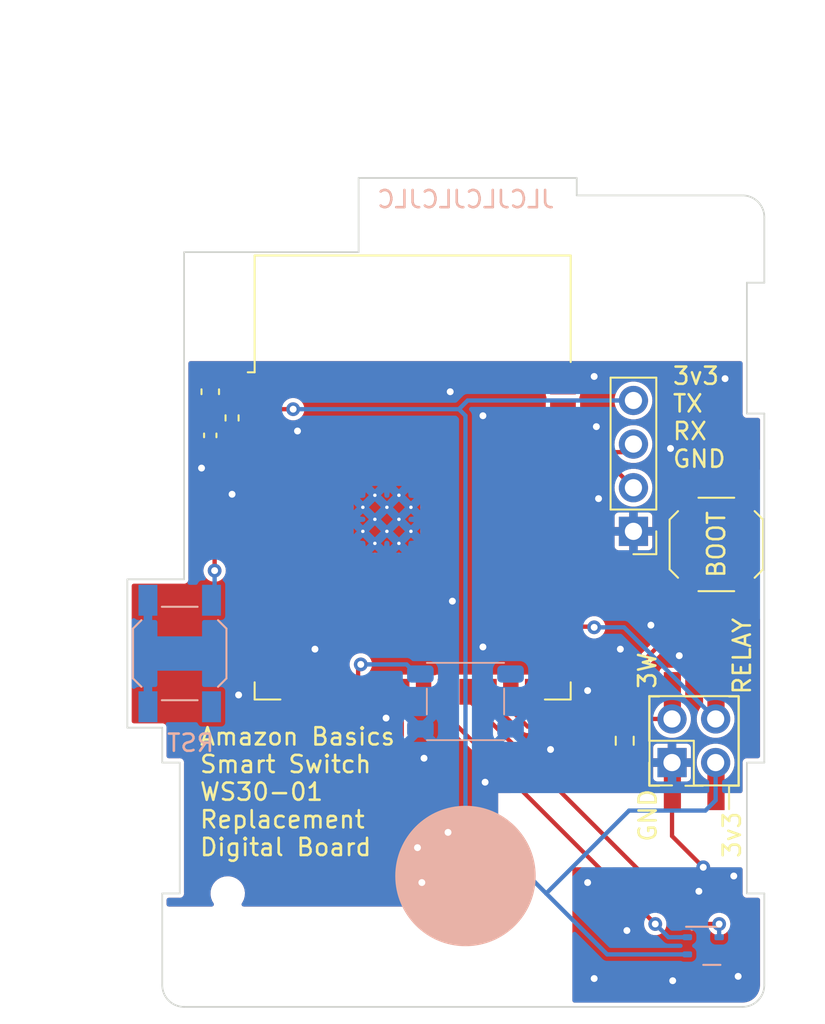
<source format=kicad_pcb>
(kicad_pcb (version 20221018) (generator pcbnew)
  (layers (0 "F.Cu" signal) (31 "B.Cu" signal) (34 "B.Paste" user) (35 "F.Paste" user) (36 "B.SilkS" user "B.Silkscreen") (37 "F.SilkS" user "F.Silkscreen") (38 "B.Mask" user) (39 "F.Mask" user) (44 "Edge.Cuts" user))
  (net 0 "")
  (net 1 "+3V3")
  (net 2 "SCL")
  (net 3 "SDA")
  (net 4 "GND")
  (net 5 "3W")
  (net 6 "RST")
  (net 12 "SW_MAIN")
  (net 14 "RELAY")
  (net 25 "BOOT")
  (net 27 "unconnected-(U1-IO18-Pad11)")
  (net 29 "LED_IN")
  (net 34 "RX")
  (net 35 "TX")
  (net 39 "unconnected-(U1-IO16-Pad9)")
  (footprint "Capacitor_SMD:C_0603_1608Metric" (layer "F.Cu") (at 106.426 88.646 90)
    (fp_text reference "REF**" hide)
    (fp_text value "C_0603_1608Metric" hide)
    (fp_line (start -0.14058 -0.51) (end 0.14058 -0.51) (stroke (width 0.12)) (layer "F.SilkS"))
    (fp_line (start -0.14058 0.51) (end 0.14058 0.51) (stroke (width 0.12)) (layer "F.SilkS"))
    (pad "1" smd roundrect (at -0.775 0 90) (size 0.9 0.95) (layers "F.Cu" "F.Paste" "F.Mask") (net 1 "+3V3"))
    (pad "2" smd roundrect (at 0.775 0 90) (size 0.9 0.95) (layers "F.Cu" "F.Paste" "F.Mask") (net 4 "GND"))
  )
  (footprint "Capacitor_SMD:C_0402_1005Metric" (layer "F.Cu") (at 106.426 91.186 -90)
    (fp_text reference "C1" hide)
    (fp_text value "100n")
    (fp_line (start -0.107836 -0.36) (end 0.107836 -0.36) (stroke (width 0.12)) (layer "F.SilkS"))
    (fp_line (start -0.107836 0.36) (end 0.107836 0.36) (stroke (width 0.12)) (layer "F.SilkS"))
    (pad "1" smd roundrect (at -0.48 0 270) (size 0.56 0.62) (layers "F.Cu" "F.Paste" "F.Mask") (net 6 "RST"))
    (pad "2" smd roundrect (at 0.48 0 270) (size 0.56 0.62) (layers "F.Cu" "F.Paste" "F.Mask") (net 4 "GND"))
  )
  (footprint "Resistor_SMD:R_0603_1608Metric" (layer "F.Cu") (at 130.556 108.966 -90)
    (fp_text reference "R2" hide)
    (fp_text value "R_Small")
    (fp_line (start -0.237258 -0.5225) (end 0.237258 -0.5225) (stroke (width 0.12)) (layer "F.SilkS"))
    (fp_line (start -0.237258 0.5225) (end 0.237258 0.5225) (stroke (width 0.12)) (layer "F.SilkS"))
    (pad "1" smd roundrect (at -0.825 0 270) (size 0.8 0.95) (layers "F.Cu" "F.Paste" "F.Mask") (net 5 "3W"))
    (pad "2" smd roundrect (at 0.825 0 270) (size 0.8 0.95) (layers "F.Cu" "F.Paste" "F.Mask") (net 4 "GND"))
  )
  (footprint "MountingHole:MountingHole_2.5mm" (layer "F.Cu") (at 107.442 121.412)
    (fp_text reference "REF**" hide)
    (fp_text value "MountingHole_2.5mm" hide)
    (pad "" np_thru_hole circle (at 0 0) (size 2.6 2.6) (drill 2.6) (layers "F&B.Cu" "*.Mask"))
  )
  (footprint "Connector_PinHeader_2.54mm:PinHeader_1x04_P2.54mm_Vertical" (layer "F.Cu") (at 131.064 96.774 180)
    (fp_text reference "J1" hide)
    (fp_text value "Conn_01x04_Socket" hide)
    (fp_line (start -1.33 -1.33) (end 0 -1.33) (stroke (width 0.12)) (layer "F.SilkS"))
    (fp_line (start -1.33 0) (end -1.33 -1.33) (stroke (width 0.12)) (layer "F.SilkS"))
    (fp_line (start -1.33 1.27) (end -1.33 8.95) (stroke (width 0.12)) (layer "F.SilkS"))
    (fp_line (start -1.33 1.27) (end 1.33 1.27) (stroke (width 0.12)) (layer "F.SilkS"))
    (fp_line (start -1.33 8.95) (end 1.33 8.95) (stroke (width 0.12)) (layer "F.SilkS"))
    (fp_line (start 1.33 1.27) (end 1.33 8.95) (stroke (width 0.12)) (layer "F.SilkS"))
    (pad "1" thru_hole rect (at 0 0 180) (size 1.7 1.7) (drill 1) (layers "*.Cu" "*.Mask") (net 4 "GND"))
    (pad "2" thru_hole oval (at 0 2.54 180) (size 1.7 1.7) (drill 1) (layers "*.Cu" "*.Mask") (net 34 "RX"))
    (pad "3" thru_hole oval (at 0 5.08 180) (size 1.7 1.7) (drill 1) (layers "*.Cu" "*.Mask") (net 35 "TX"))
    (pad "4" thru_hole oval (at 0 7.62 180) (size 1.7 1.7) (drill 1) (layers "*.Cu" "*.Mask") (net 1 "+3V3"))
  )
  (footprint "RF_Module:ESP32-S3-WROOM-1" (layer "F.Cu") (at 118.21 93.614)
    (fp_text reference "U1" hide)
    (fp_text value "ESP32-S2-SOLO-2" hide)
    (fp_line (start -9.2 -12.9) (end 9.2 -12.9) (stroke (width 0.12)) (layer "F.SilkS"))
    (fp_line (start -9.2 -6.1) (end -9.6 -6.1) (stroke (width 0.12)) (layer "F.SilkS"))
    (fp_line (start -9.2 -6.1) (end -9.2 -12.9) (stroke (width 0.12)) (layer "F.SilkS"))
    (fp_line (start -9.2 11.95) (end -9.2 12.95) (stroke (width 0.12)) (layer "F.SilkS"))
    (fp_line (start -9.2 12.95) (end -7.7 12.95) (stroke (width 0.12)) (layer "F.SilkS"))
    (fp_line (start 9.2 -12.9) (end 9.2 -6.7) (stroke (width 0.12)) (layer "F.SilkS"))
    (fp_line (start 9.2 12.95) (end 7.7 12.95) (stroke (width 0.12)) (layer "F.SilkS"))
    (fp_line (start 9.2 12.95) (end 9.2 11.95) (stroke (width 0.12)) (layer "F.SilkS"))
    (pad "1" smd rect (at -8.75 -5.26) (size 1.5 0.9) (layers "F.Cu" "F.Paste" "F.Mask") (net 4 "GND"))
    (pad "2" smd rect (at -8.75 -3.99) (size 1.5 0.9) (layers "F.Cu" "F.Paste" "F.Mask") (net 1 "+3V3"))
    (pad "3" smd rect (at -8.75 -2.72) (size 1.5 0.9) (layers "F.Cu" "F.Paste" "F.Mask") (net 6 "RST"))
    (pad "4" smd rect (at -8.75 -1.45) (size 1.5 0.9) (layers "F.Cu" "F.Paste" "F.Mask"))
    (pad "5" smd rect (at -8.75 -0.18) (size 1.5 0.9) (layers "F.Cu" "F.Paste" "F.Mask"))
    (pad "6" smd rect (at -8.75 1.09) (size 1.5 0.9) (layers "F.Cu" "F.Paste" "F.Mask"))
    (pad "7" smd rect (at -8.75 2.36) (size 1.5 0.9) (layers "F.Cu" "F.Paste" "F.Mask"))
    (pad "8" smd rect (at -8.75 3.63) (size 1.5 0.9) (layers "F.Cu" "F.Paste" "F.Mask"))
    (pad "9" smd rect (at -8.75 4.9) (size 1.5 0.9) (layers "F.Cu" "F.Paste" "F.Mask") (net 39 "unconnected-(U1-IO16-Pad9)"))
    (pad "10" smd rect (at -8.75 6.17) (size 1.5 0.9) (layers "F.Cu" "F.Paste" "F.Mask"))
    (pad "11" smd rect (at -8.75 7.44) (size 1.5 0.9) (layers "F.Cu" "F.Paste" "F.Mask") (net 27 "unconnected-(U1-IO18-Pad11)"))
    (pad "12" smd rect (at -8.75 8.71) (size 1.5 0.9) (layers "F.Cu" "F.Paste" "F.Mask"))
    (pad "13" smd rect (at -8.75 9.98) (size 1.5 0.9) (layers "F.Cu" "F.Paste" "F.Mask"))
    (pad "14" smd rect (at -8.75 11.25 180) (size 1.5 0.9) (layers "F.Cu" "F.Paste" "F.Mask"))
    (pad "15" smd rect (at -6.985 12.5 270) (size 1.5 0.9) (layers "F.Cu" "F.Paste" "F.Mask"))
    (pad "16" smd rect (at -5.715 12.5 270) (size 1.5 0.9) (layers "F.Cu" "F.Paste" "F.Mask"))
    (pad "17" smd rect (at -4.445 12.5 270) (size 1.5 0.9) (layers "F.Cu" "F.Paste" "F.Mask"))
    (pad "18" smd rect (at -3.175 12.5 270) (size 1.5 0.9) (layers "F.Cu" "F.Paste" "F.Mask") (net 12 "SW_MAIN"))
    (pad "19" smd rect (at -1.905 12.5 270) (size 1.5 0.9) (layers "F.Cu" "F.Paste" "F.Mask"))
    (pad "20" smd rect (at -0.635 12.5 270) (size 1.5 0.9) (layers "F.Cu" "F.Paste" "F.Mask") (net 29 "LED_IN"))
    (pad "21" smd rect (at 0.635 12.5 270) (size 1.5 0.9) (layers "F.Cu" "F.Paste" "F.Mask"))
    (pad "22" smd rect (at 1.905 12.5 270) (size 1.5 0.9) (layers "F.Cu" "F.Paste" "F.Mask") (net 2 "SCL"))
    (pad "23" smd rect (at 3.175 12.5 270) (size 1.5 0.9) (layers "F.Cu" "F.Paste" "F.Mask") (net 3 "SDA"))
    (pad "24" smd rect (at 4.445 12.5 270) (size 1.5 0.9) (layers "F.Cu" "F.Paste" "F.Mask"))
    (pad "25" smd rect (at 5.715 12.5 270) (size 1.5 0.9) (layers "F.Cu" "F.Paste" "F.Mask") (net 5 "3W"))
    (pad "26" smd rect (at 6.985 12.5 270) (size 1.5 0.9) (layers "F.Cu" "F.Paste" "F.Mask"))
    (pad "27" smd rect (at 8.75 11.25) (size 1.5 0.9) (layers "F.Cu" "F.Paste" "F.Mask") (net 25 "BOOT"))
    (pad "28" smd rect (at 8.75 9.98) (size 1.5 0.9) (layers "F.Cu" "F.Paste" "F.Mask"))
    (pad "29" smd rect (at 8.75 8.71) (size 1.5 0.9) (layers "F.Cu" "F.Paste" "F.Mask") (net 14 "RELAY"))
    (pad "30" smd rect (at 8.75 7.44) (size 1.5 0.9) (layers "F.Cu" "F.Paste" "F.Mask"))
    (pad "31" smd rect (at 8.75 6.17) (size 1.5 0.9) (layers "F.Cu" "F.Paste" "F.Mask"))
    (pad "32" smd rect (at 8.75 4.9) (size 1.5 0.9) (layers "F.Cu" "F.Paste" "F.Mask"))
    (pad "33" smd rect (at 8.75 3.63) (size 1.5 0.9) (layers "F.Cu" "F.Paste" "F.Mask"))
    (pad "34" smd rect (at 8.75 2.36) (size 1.5 0.9) (layers "F.Cu" "F.Paste" "F.Mask"))
    (pad "35" smd rect (at 8.75 1.09) (size 1.5 0.9) (layers "F.Cu" "F.Paste" "F.Mask"))
    (pad "36" smd rect (at 8.75 -0.18) (size 1.5 0.9) (layers "F.Cu" "F.Paste" "F.Mask") (net 34 "RX"))
    (pad "37" smd rect (at 8.75 -1.45) (size 1.5 0.9) (layers "F.Cu" "F.Paste" "F.Mask") (net 35 "TX"))
    (pad "38" smd rect (at 8.75 -2.72) (size 1.5 0.9) (layers "F.Cu" "F.Paste" "F.Mask"))
    (pad "39" smd rect (at 8.75 -3.99) (size 1.5 0.9) (layers "F.Cu" "F.Paste" "F.Mask"))
    (pad "40" smd rect (at 8.75 -5.26) (size 1.5 0.9) (layers "F.Cu" "F.Paste" "F.Mask") (net 4 "GND"))
    (pad "41" thru_hole circle (at -2.9 1.76 90) (size 0.6 0.6) (drill 0.2) (property pad_prop_heatsink) (layers "*.Cu" "F.Mask") (net 4 "GND"))
    (pad "41" thru_hole circle (at -2.9 3.16) (size 0.6 0.6) (drill 0.2) (property pad_prop_heatsink) (layers "*.Cu" "F.Mask") (net 4 "GND"))
    (pad "41" thru_hole circle (at -2.2 1.06) (size 0.6 0.6) (drill 0.2) (property pad_prop_heatsink) (layers "*.Cu" "F.Mask") (net 4 "GND"))
    (pad "41" thru_hole circle (at -2.2 2.46) (size 0.6 0.6) (drill 0.2) (property pad_prop_heatsink) (layers "*.Cu" "F.Mask") (net 4 "GND"))
    (pad "41" thru_hole circle (at -2.2 3.86) (size 0.6 0.6) (drill 0.2) (property pad_prop_heatsink) (layers "*.Cu" "F.Mask") (net 4 "GND"))
    (pad "41" thru_hole circle (at -1.5 1.76) (size 0.6 0.6) (drill 0.2) (property pad_prop_heatsink) (layers "*.Cu" "F.Mask") (net 4 "GND"))
    (pad "41" smd rect (at -1.5 2.46 270) (size 3.9 3.9) (layers "F.Cu" "F.Mask") (net 4 "GND"))
    (pad "41" thru_hole circle (at -1.5 3.16) (size 0.6 0.6) (drill 0.2) (property pad_prop_heatsink) (layers "*.Cu" "F.Mask") (net 4 "GND"))
    (pad "41" thru_hole circle (at -0.8 1.06) (size 0.6 0.6) (drill 0.2) (property pad_prop_heatsink) (layers "*.Cu" "F.Mask") (net 4 "GND"))
    (pad "41" thru_hole circle (at -0.8 2.46) (size 0.6 0.6) (drill 0.2) (property pad_prop_heatsink) (layers "*.Cu" "F.Mask") (net 4 "GND"))
    (pad "41" thru_hole circle (at -0.8 3.86) (size 0.6 0.6) (drill 0.2) (property pad_prop_heatsink) (layers "*.Cu" "F.Mask") (net 4 "GND"))
    (pad "41" thru_hole circle (at -0.1 1.76) (size 0.6 0.6) (drill 0.2) (property pad_prop_heatsink) (layers "*.Cu" "F.Mask") (net 4 "GND"))
    (pad "41" thru_hole circle (at -0.1 3.16) (size 0.6 0.6) (drill 0.2) (property pad_prop_heatsink) (layers "*.Cu" "F.Mask") (net 4 "GND"))
    (zone (net 0) (net_name "") (layers "F.Cu" "In1.Cu" "B.Cu") (connect_pads (clearance 0)) (min_thickness 0.254)
      (keepout (tracks not_allowed) (vias not_allowed) (pads not_allowed) (copperpour not_allowed) (footprints not_allowed))
      (fill (thermal_gap 0.508) (thermal_bridge_width 0.508))
      (polygon (pts (xy 94.21 86.864) (xy 142.21 86.864) (xy 142.21 65.864) (xy 94.21 65.864)))
    )
  )
  (footprint "Resistor_SMD:R_0402_1005Metric" (layer "F.Cu") (at 107.696 90.17 90)
    (fp_text reference "R1" hide)
    (fp_text value "10k")
    (fp_line (start -0.153641 -0.38) (end 0.153641 -0.38) (stroke (width 0.12)) (layer "F.SilkS"))
    (fp_line (start -0.153641 0.38) (end 0.153641 0.38) (stroke (width 0.12)) (layer "F.SilkS"))
    (pad "1" smd roundrect (at -0.51 0 90) (size 0.54 0.64) (layers "F.Cu" "F.Paste" "F.Mask") (net 6 "RST"))
    (pad "2" smd roundrect (at 0.51 0 90) (size 0.54 0.64) (layers "F.Cu" "F.Paste" "F.Mask") (net 1 "+3V3"))
  )
  (footprint "Button_Switch_SMD:SW_SPST_SKQG_WithStem" (layer "F.Cu") (at 135.89 97.536 90)
    (fp_text reference "SW2" hide)
    (fp_text value "SW_Push" hide)
    (fp_line (start -2.72 1.04) (end -2.72 -1.04) (stroke (width 0.12)) (layer "F.SilkS"))
    (fp_line (start -1.45 -2.72) (end -1.94 -2.23) (stroke (width 0.12)) (layer "F.SilkS"))
    (fp_line (start -1.45 -2.72) (end 1.45 -2.72) (stroke (width 0.12)) (layer "F.SilkS"))
    (fp_line (start -1.45 2.72) (end -1.94 2.23) (stroke (width 0.12)) (layer "F.SilkS"))
    (fp_line (start -1.45 2.72) (end 1.45 2.72) (stroke (width 0.12)) (layer "F.SilkS"))
    (fp_line (start 1.45 -2.72) (end 1.94 -2.23) (stroke (width 0.12)) (layer "F.SilkS"))
    (fp_line (start 1.45 2.72) (end 1.94 2.23) (stroke (width 0.12)) (layer "F.SilkS"))
    (fp_line (start 2.72 1.04) (end 2.72 -1.04) (stroke (width 0.12)) (layer "F.SilkS"))
    (pad "1" smd rect (at -3.1 -1.85 90) (size 1.8 1.1) (layers "F.Cu" "F.Paste" "F.Mask") (net 4 "GND"))
    (pad "1" smd rect (at 3.1 -1.85 90) (size 1.8 1.1) (layers "F.Cu" "F.Paste" "F.Mask") (net 4 "GND"))
    (pad "2" smd rect (at -3.1 1.85 90) (size 1.8 1.1) (layers "F.Cu" "F.Paste" "F.Mask") (net 25 "BOOT"))
    (pad "2" smd rect (at 3.1 1.85 90) (size 1.8 1.1) (layers "F.Cu" "F.Paste" "F.Mask") (net 25 "BOOT"))
    (zone (net 0) (net_name "") (layer "F.Cu") (connect_pads (clearance 0)) (min_thickness 0.254)
      (keepout (tracks not_allowed) (vias not_allowed) (pads not_allowed) (copperpour not_allowed) (footprints not_allowed))
      (fill (thermal_gap 0.508) (thermal_bridge_width 0.508))
      (polygon (pts (xy 134.59 96.536) (xy 134.59 93.536) (xy 137.19 93.536) (xy 137.19 96.536)))
    )
    (zone (net 0) (net_name "") (layer "F.Cu") (connect_pads (clearance 0)) (min_thickness 0.254)
      (keepout (tracks not_allowed) (vias not_allowed) (pads not_allowed) (copperpour not_allowed) (footprints not_allowed))
      (fill (thermal_gap 0.508) (thermal_bridge_width 0.508))
      (polygon (pts (xy 134.59 101.536) (xy 134.59 98.536) (xy 137.19 98.536) (xy 137.19 101.536)))
    )
  )
  (footprint "Junk:MountingHole_1.3mm" (layer "F.Cu") (at 107.442 117.856)
    (fp_text reference "REF**" hide)
    (fp_text value "MountingHole_1.3mm" hide)
    (pad "" np_thru_hole circle (at 0 0) (size 1.3 1.3) (drill 1.5) (layers "F&B.Cu" "*.Mask"))
  )
  (footprint "Connector_PinSocket_2.54mm:PinSocket_2x02_P2.54mm_Vertical_SMD" (layer "F.Cu") (at 134.6 108.986 -90)
    (fp_text reference "REF**" hide)
    (fp_text value "PinSocket_2x02_P2.54mm_Vertical_SMD" hide)
    (fp_line (start -2.6 -2.6) (end -2.6 -2.03) (stroke (width 0.12)) (layer "F.SilkS"))
    (fp_line (start -2.6 -2.6) (end 2.6 -2.6) (stroke (width 0.12)) (layer "F.SilkS"))
    (fp_line (start -2.6 -0.51) (end -2.6 0.51) (stroke (width 0.12)) (layer "F.SilkS"))
    (fp_line (start -2.6 2.03) (end -2.6 2.6) (stroke (width 0.12)) (layer "F.SilkS"))
    (fp_line (start -2.6 2.6) (end 2.6 2.6) (stroke (width 0.12)) (layer "F.SilkS"))
    (fp_line (start 2.6 -2.6) (end 2.6 -2.03) (stroke (width 0.12)) (layer "F.SilkS"))
    (fp_line (start 2.6 -2.03) (end 3.96 -2.03) (stroke (width 0.12)) (layer "F.SilkS"))
    (fp_line (start 2.6 -0.51) (end 2.6 0.51) (stroke (width 0.12)) (layer "F.SilkS"))
    (fp_line (start 2.6 2.03) (end 2.6 2.6) (stroke (width 0.12)) (layer "F.SilkS"))
    (pad "1" smd rect (at 2.52 -1.27 270) (size 3 1) (layers "F.Cu" "F.Paste" "F.Mask"))
    (pad "2" smd rect (at -2.52 -1.27 270) (size 3 1) (layers "F.Cu" "F.Paste" "F.Mask"))
    (pad "3" smd rect (at 2.52 1.27 270) (size 3 1) (layers "F.Cu" "F.Paste" "F.Mask"))
    (pad "4" smd rect (at -2.52 1.27 270) (size 3 1) (layers "F.Cu" "F.Paste" "F.Mask"))
  )
  (footprint "Connector_PinSocket_2.54mm:PinSocket_2x02_P2.54mm_Vertical" (layer "F.Cu") (at 133.31 110.236 180)
    (fp_text reference "J2" hide)
    (fp_text value "Conn_02x02_Counter_Clockwise" hide)
    (fp_line (start -3.87 -1.33) (end -3.87 3.87) (stroke (width 0.12)) (layer "F.SilkS"))
    (fp_line (start -3.87 -1.33) (end -1.27 -1.33) (stroke (width 0.12)) (layer "F.SilkS"))
    (fp_line (start -3.87 3.87) (end 1.33 3.87) (stroke (width 0.12)) (layer "F.SilkS"))
    (fp_line (start -1.27 -1.33) (end -1.27 1.27) (stroke (width 0.12)) (layer "F.SilkS"))
    (fp_line (start -1.27 1.27) (end 1.33 1.27) (stroke (width 0.12)) (layer "F.SilkS"))
    (fp_line (start 0 -1.33) (end 1.33 -1.33) (stroke (width 0.12)) (layer "F.SilkS"))
    (fp_line (start 1.33 -1.33) (end 1.33 0) (stroke (width 0.12)) (layer "F.SilkS"))
    (fp_line (start 1.33 1.27) (end 1.33 3.87) (stroke (width 0.12)) (layer "F.SilkS"))
    (pad "1" thru_hole rect (at 0 0 180) (size 1.7 1.7) (drill 1) (layers "*.Cu" "*.Mask") (net 4 "GND"))
    (pad "2" thru_hole oval (at -2.54 0 180) (size 1.7 1.7) (drill 1) (layers "*.Cu" "*.Mask") (net 1 "+3V3"))
    (pad "3" thru_hole oval (at 0 2.54 180) (size 1.7 1.7) (drill 1) (layers "*.Cu" "*.Mask") (net 5 "3W"))
    (pad "4" thru_hole oval (at -2.54 2.54 180) (size 1.7 1.7) (drill 1) (layers "*.Cu" "*.Mask") (net 14 "RELAY"))
  )
  (footprint "Junk:MountingHole_1.3mm" (layer "F.Cu") (at 131.318 80.264)
    (fp_text reference "REF**" hide)
    (fp_text value "MountingHole_1.3mm" hide)
    (pad "" np_thru_hole circle (at 0 0) (size 1.5 1.5) (drill 1.5) (layers "F&B.Cu" "*.Mask"))
  )
  (footprint "MountingHole:MountingHole_2.5mm" (layer "F.Cu") (at 135.128 80.264)
    (fp_text reference "REF**" hide)
    (fp_text value "MountingHole_2.5mm" hide)
    (pad "" np_thru_hole circle (at 0 0) (size 2.6 2.6) (drill 2.6) (layers "F&B.Cu" "*.Mask"))
  )
  (footprint "Junk:Switch_4.5x4.5" (layer "B.Cu") (at 121.285 106.68 180)
    (fp_text reference "REF**" hide)
    (fp_text value "Switch_4.5x4.5" hide)
    (fp_line (start -2.25 0.75) (end -2.25 -0.75) (stroke (width 0.1)) (layer "B.SilkS"))
    (fp_line (start -2.25 2.25) (end 2.25 2.25) (stroke (width 0.1)) (layer "B.SilkS"))
    (fp_line (start 2.25 -2.25) (end -2.25 -2.25) (stroke (width 0.1)) (layer "B.SilkS"))
    (fp_line (start 2.25 0.75) (end 2.25 -0.75) (stroke (width 0.1)) (layer "B.SilkS"))
    (pad "1" smd roundrect (at -2.625 1.6 180) (size 1.55 1) (layers "B.Cu" "B.Paste" "B.Mask") (net 12 "SW_MAIN"))
    (pad "1" smd roundrect (at 2.625 1.6 180) (size 1.55 1) (layers "B.Cu" "B.Paste" "B.Mask") (net 12 "SW_MAIN"))
    (pad "2" smd roundrect (at -2.625 -1.6 180) (size 1.55 1) (layers "B.Cu" "B.Paste" "B.Mask") (net 4 "GND"))
    (pad "2" smd roundrect (at 2.625 -1.6 180) (size 1.55 1) (layers "B.Cu" "B.Paste" "B.Mask") (net 4 "GND"))
  )
  (footprint "LED_SMD:LED_WS2812B-2020_PLCC4_2.0x2.0mm" (layer "B.Cu") (at 121.285 116.84 90)
    (fp_text reference "U3" hide)
    (fp_text value "~" hide)
    (fp_line (start -1.42 -1.15) (end 1.42 -1.15) (stroke (width 0.12)) (layer "B.SilkS"))
    (fp_line (start -1.42 1.15) (end -1.42 0.5) (stroke (width 0.12)) (layer "B.SilkS"))
    (fp_line (start -1.42 1.15) (end 1.42 1.15) (stroke (width 0.12)) (layer "B.SilkS"))
    (pad "1" smd rect (at -0.915 0.55 90) (size 0.7 0.7) (layers "B.Cu" "B.Paste" "B.Mask"))
    (pad "2" smd rect (at -0.915 -0.55 90) (size 0.7 0.7) (layers "B.Cu" "B.Paste" "B.Mask") (net 4 "GND"))
    (pad "3" smd rect (at 0.915 -0.55 90) (size 0.7 0.7) (layers "B.Cu" "B.Paste" "B.Mask") (net 29 "LED_IN"))
    (pad "4" smd rect (at 0.915 0.55 90) (size 0.7 0.7) (layers "B.Cu" "B.Paste" "B.Mask") (net 1 "+3V3"))
  )
  (footprint "Sensor_Humidity:Sensirion_DFN-4-1EP_2x2mm_P1mm_EP0.7x1.6mm" (layer "B.Cu") (at 135.128 120.904)
    (fp_text reference "U2" hide)
    (fp_text value "SHTC3")
    (fp_line (start -1 -1.11) (end 1 -1.11) (stroke (width 0.12)) (layer "B.SilkS"))
    (fp_line (start 0 1.11) (end 1 1.11) (stroke (width 0.12)) (layer "B.SilkS"))
    (pad "1" smd roundrect (at -0.925 0.5) (size 0.55 0.35) (layers "B.Cu" "B.Mask") (net 1 "+3V3"))
    (pad "2" smd roundrect (at -0.925 -0.5) (size 0.55 0.35) (layers "B.Cu" "B.Mask") (net 2 "SCL"))
    (pad "3" smd roundrect (at 0.925 -0.5) (size 0.55 0.35) (layers "B.Cu" "B.Mask") (net 3 "SDA"))
    (pad "4" smd roundrect (at 0.925 0.5) (size 0.55 0.35) (layers "B.Cu" "B.Mask") (net 4 "GND"))
    (pad "5" smd roundrect (at 0 0) (size 0.7 1.6) (layers "B.Cu" "B.Mask") (net 4 "GND"))
  )
  (footprint "Button_Switch_SMD:SW_SPST_SKQG_WithStem" (layer "B.Cu") (at 104.648 103.886 90)
    (fp_text reference "SW1" hide)
    (fp_text value "SW_Push")
    (fp_line (start -2.72 -1.04) (end -2.72 1.04) (stroke (width 0.12)) (layer "B.SilkS"))
    (fp_line (start -1.45 -2.72) (end -1.94 -2.23) (stroke (width 0.12)) (layer "B.SilkS"))
    (fp_line (start -1.45 -2.72) (end 1.45 -2.72) (stroke (width 0.12)) (layer "B.SilkS"))
    (fp_line (start -1.45 2.72) (end -1.94 2.23) (stroke (width 0.12)) (layer "B.SilkS"))
    (fp_line (start -1.45 2.72) (end 1.45 2.72) (stroke (width 0.12)) (layer "B.SilkS"))
    (fp_line (start 1.45 -2.72) (end 1.94 -2.23) (stroke (width 0.12)) (layer "B.SilkS"))
    (fp_line (start 1.45 2.72) (end 1.94 2.23) (stroke (width 0.12)) (layer "B.SilkS"))
    (fp_line (start 2.72 -1.04) (end 2.72 1.04) (stroke (width 0.12)) (layer "B.SilkS"))
    (pad "1" smd rect (at -3.1 1.85 90) (size 1.8 1.1) (layers "B.Cu" "B.Paste" "B.Mask") (net 6 "RST"))
    (pad "1" smd rect (at 3.1 1.85 90) (size 1.8 1.1) (layers "B.Cu" "B.Paste" "B.Mask") (net 6 "RST"))
    (pad "2" smd rect (at -3.1 -1.85 90) (size 1.8 1.1) (layers "B.Cu" "B.Paste" "B.Mask") (net 4 "GND"))
    (pad "2" smd rect (at 3.1 -1.85 90) (size 1.8 1.1) (layers "B.Cu" "B.Paste" "B.Mask") (net 4 "GND"))
    (zone (net 0) (net_name "") (layer "B.Cu") (connect_pads (clearance 0)) (min_thickness 0.254)
      (keepout (tracks not_allowed) (vias not_allowed) (pads not_allowed) (copperpour not_allowed) (footprints not_allowed))
      (fill (thermal_gap 0.508) (thermal_bridge_width 0.508))
      (polygon (pts (xy 105.948 102.886) (xy 105.948 99.886) (xy 103.348 99.886) (xy 103.348 102.886)))
    )
    (zone (net 0) (net_name "") (layer "B.Cu") (connect_pads (clearance 0)) (min_thickness 0.254)
      (keepout (tracks not_allowed) (vias not_allowed) (pads not_allowed) (copperpour not_allowed) (footprints not_allowed))
      (fill (thermal_gap 0.508) (thermal_bridge_width 0.508))
      (polygon (pts (xy 105.948 107.886) (xy 105.948 104.886) (xy 103.348 104.886) (xy 103.348 107.886)))
    )
  )
  (gr_circle (center 121.285 116.84) (end 117.2718 116.84) (stroke (width 0.15)) (fill solid) (layer "B.SilkS"))
  (gr_line (start 127.762 76.2) (end 115.062 76.2) (stroke (width 0.1)) (layer "Edge.Cuts"))
  (gr_line (start 101.6 99.568) (end 104.902 99.568) (stroke (width 0.1)) (layer "Edge.Cuts"))
  (gr_arc (start 137.414 77.216001) (mid 138.312026 77.587975) (end 138.684 78.486001) (stroke (width 0.1)) (layer "Edge.Cuts"))
  (gr_line (start 115.062 80.518) (end 104.902 80.518) (stroke (width 0.1)) (layer "Edge.Cuts"))
  (gr_line (start 103.632 123.19) (end 103.632 117.856) (stroke (width 0.1)) (layer "Edge.Cuts"))
  (gr_line (start 137.414 124.46) (end 104.902 124.46) (stroke (width 0.1)) (layer "Edge.Cuts"))
  (gr_line (start 137.414 77.216001) (end 127.762 77.216) (stroke (width 0.1)) (layer "Edge.Cuts"))
  (gr_line (start 138.684 82.296) (end 138.684 78.486001) (stroke (width 0.1)) (layer "Edge.Cuts"))
  (gr_line (start 127.762 77.216) (end 127.762 76.2) (stroke (width 0.1)) (layer "Edge.Cuts"))
  (gr_line (start 137.668 117.856) (end 137.668 110.236) (stroke (width 0.1)) (layer "Edge.Cuts"))
  (gr_line (start 103.632 117.856) (end 104.648 117.856) (stroke (width 0.1)) (layer "Edge.Cuts"))
  (gr_line (start 138.684 89.916) (end 137.668 89.916) (stroke (width 0.1)) (layer "Edge.Cuts"))
  (gr_arc (start 138.684 123.19) (mid 138.312026 124.088025) (end 137.414 124.46) (stroke (width 0.1)) (layer "Edge.Cuts"))
  (gr_line (start 104.648 110.236) (end 103.632 110.236) (stroke (width 0.1)) (layer "Edge.Cuts"))
  (gr_line (start 137.668 110.236) (end 138.684 110.236) (stroke (width 0.1)) (layer "Edge.Cuts"))
  (gr_line (start 103.632 110.236) (end 103.632 108.204) (stroke (width 0.1)) (layer "Edge.Cuts"))
  (gr_line (start 138.684 123.19) (end 138.684 117.856) (stroke (width 0.1)) (layer "Edge.Cuts"))
  (gr_line (start 115.062 76.2) (end 115.062 80.518) (stroke (width 0.1)) (layer "Edge.Cuts"))
  (gr_line (start 104.902 80.518) (end 104.902 99.568) (stroke (width 0.1)) (layer "Edge.Cuts"))
  (gr_line (start 104.648 117.856) (end 104.648 110.236) (stroke (width 0.1)) (layer "Edge.Cuts"))
  (gr_line (start 101.6 108.204) (end 101.6 99.568) (stroke (width 0.1)) (layer "Edge.Cuts"))
  (gr_line (start 138.684 117.856) (end 137.668 117.856) (stroke (width 0.1)) (layer "Edge.Cuts"))
  (gr_line (start 137.668 82.296) (end 138.684 82.296) (stroke (width 0.1)) (layer "Edge.Cuts"))
  (gr_line (start 138.684 110.236) (end 138.684 89.916) (stroke (width 0.1)) (layer "Edge.Cuts"))
  (gr_arc (start 104.902 124.46) (mid 104.003974 124.088026) (end 103.632 123.19) (stroke (width 0.1)) (layer "Edge.Cuts"))
  (gr_line (start 137.668 89.916) (end 137.668 82.296) (stroke (width 0.1)) (layer "Edge.Cuts"))
  (gr_line (start 103.632 108.204) (end 101.6 108.204) (stroke (width 0.1)) (layer "Edge.Cuts"))
  (gr_text "RST" (at 105.283 109.093) (layer "B.SilkS") (effects (font (size 1 1)) (justify mirror)))
  (gr_text "JLCJLCJLCJLC" (at 126.5428 78.0288) (layer "B.SilkS") (effects (font (size 1 1)) (justify left bottom mirror)))
  (gr_text "RELAY" (at 137.9728 106.3498 90) (layer "F.SilkS") (effects (font (size 1 1)) (justify left bottom)))
  (gr_text "Amazon Basics\nSmart Switch\nWS30-01\nReplacement\nDigital Board" (at 105.7402 115.7478) (layer "F.SilkS") (effects (font (size 1 1)) (justify left bottom)))
  (gr_text "BOOT" (at 135.89 97.536 90) (layer "F.SilkS") (effects (font (size 1 1))))
  (gr_text "GND" (at 132.4864 114.935 90) (layer "F.SilkS") (effects (font (size 1 1)) (justify left bottom)))
  (gr_text "3v3" (at 137.3886 115.8748 90) (layer "F.SilkS") (effects (font (size 1 1)) (justify left bottom)))
  (gr_text "3W" (at 132.461 106.0196 90) (layer "F.SilkS") (effects (font (size 1 1)) (justify left bottom)))
  (gr_text "3v3\nTX\nRX\nGND" (at 133.2738 93.1418) (layer "F.SilkS") (effects (font (size 1 1)) (justify left bottom)))
  (segment (start 111.252 89.662) (end 109.498 89.662) (width 0.25) (layer "F.Cu") (net 1))
  (segment (start 107.732 89.624) (end 107.696 89.66) (width 0.25) (layer "F.Cu") (net 1))
  (segment (start 109.498 89.662) (end 109.46 89.624) (width 0.25) (layer "F.Cu") (net 1))
  (segment (start 109.46 89.624) (end 107.732 89.624) (width 0.25) (layer "F.Cu") (net 1))
  (segment (start 106.665 89.66) (end 106.426 89.421) (width 0.25) (layer "F.Cu") (net 1))
  (segment (start 107.696 89.66) (end 106.665 89.66) (width 0.25) (layer "F.Cu") (net 1))
  (via (at 111.252 89.662) (size 0.8) (drill 0.4) (layers "F.Cu" "B.Cu") (net 1))
  (segment (start 124.053 115.925) (end 125.984 117.856) (width 0.25) (layer "B.Cu") (net 1))
  (segment (start 121.412 89.154) (end 120.904 89.662) (width 0.25) (layer "B.Cu") (net 1))
  (segment (start 120.904 89.662) (end 111.252 89.662) (width 0.25) (layer "B.Cu") (net 1))
  (segment (start 121.835 115.925) (end 124.053 115.925) (width 0.25) (layer "B.Cu") (net 1))
  (segment (start 121.285 90.043) (end 120.904 89.662) (width 0.25) (layer "B.Cu") (net 1))
  (segment (start 129.532 121.404) (end 134.203 121.404) (width 0.25) (layer "B.Cu") (net 1))
  (segment (start 130.81 113.03) (end 125.984 117.856) (width 0.25) (layer "B.Cu") (net 1))
  (segment (start 131.064 89.154) (end 121.412 89.154) (width 0.25) (layer "B.Cu") (net 1))
  (segment (start 135.85 112.435) (end 135.255 113.03) (width 0.25) (layer "B.Cu") (net 1))
  (segment (start 135.85 110.236) (end 135.85 112.435) (width 0.25) (layer "B.Cu") (net 1))
  (segment (start 121.835 115.925) (end 121.835 114.088) (width 0.25) (layer "B.Cu") (net 1))
  (segment (start 135.255 113.03) (end 130.81 113.03) (width 0.25) (layer "B.Cu") (net 1))
  (segment (start 121.285 113.538) (end 121.285 90.043) (width 0.25) (layer "B.Cu") (net 1))
  (segment (start 121.835 114.088) (end 121.285 113.538) (width 0.25) (layer "B.Cu") (net 1))
  (segment (start 125.984 117.856) (end 129.532 121.404) (width 0.25) (layer "B.Cu") (net 1))
  (segment (start 120.115 107.415) (end 120.115 106.114) (width 0.25) (layer "F.Cu") (net 2))
  (segment (start 132.334 119.634) (end 120.115 107.415) (width 0.25) (layer "F.Cu") (net 2))
  (via (at 132.334 119.634) (size 0.8) (drill 0.4) (layers "F.Cu" "B.Cu") (net 2))
  (segment (start 132.334 119.634) (end 133.104 120.404) (width 0.25) (layer "B.Cu") (net 2))
  (segment (start 133.104 120.404) (end 134.203 120.404) (width 0.25) (layer "B.Cu") (net 2))
  (segment (start 136.053 119.634) (end 136.053 119.543) (width 0.25) (layer "F.Cu") (net 3))
  (segment (start 136.053 119.634) (end 134.51538 119.634) (width 0.25) (layer "F.Cu") (net 3))
  (segment (start 134.51538 119.634) (end 121.385 106.50362) (width 0.25) (layer "F.Cu") (net 3))
  (segment (start 121.385 106.50362) (end 121.385 106.114) (width 0.25) (layer "F.Cu") (net 3))
  (via (at 136.053 119.634) (size 0.8) (drill 0.4) (layers "F.Cu" "B.Cu") (net 3))
  (segment (start 136.053 119.634) (end 136.053 120.404) (width 0.25) (layer "B.Cu") (net 3))
  (segment (start 133.31 114.514) (end 133.31 110.236) (width 0.25) (layer "F.Cu") (net 4))
  (segment (start 135.128 116.332) (end 133.31 114.514) (width 0.25) (layer "F.Cu") (net 4))
  (via (at 133.35 122.936) (size 0.8) (drill 0.4) (layers "F.Cu" "B.Cu") (net 4))
  (via (at 111.506 90.932) (size 0.8) (drill 0.4) (layers "F.Cu" "B.Cu") (net 4))
  (via (at 128.905 90.678) (size 0.8) (drill 0.4) (layers "F.Cu" "B.Cu") (net 4))
  (via (at 107.696 94.615) (size 0.8) (drill 0.4) (layers "F.Cu" "B.Cu") (net 4))
  (via (at 120.269 114.3) (size 0.8) (drill 0.4) (layers "F.Cu" "B.Cu") (net 4))
  (via (at 135.128 116.332) (size 0.8) (drill 0.4) (layers "F.Cu" "B.Cu") (net 4))
  (via (at 105.918 93.091) (size 0.8) (drill 0.4) (layers "F.Cu" "B.Cu") (net 4))
  (via (at 130.302 103.632) (size 0.8) (drill 0.4) (layers "F.Cu" "B.Cu") (net 4))
  (via (at 128.397 106.045) (size 0.8) (drill 0.4) (layers "F.Cu" "B.Cu") (net 4))
  (via (at 134.874 117.729) (size 0.8) (drill 0.4) (layers "F.Cu" "B.Cu") (net 4))
  (via (at 118.872 109.982) (size 0.8) (drill 0.4) (layers "F.Cu" "B.Cu") (net 4))
  (via (at 133.223 91.948) (size 0.8) (drill 0.4) (layers "F.Cu" "B.Cu") (net 4))
  (via (at 129.032 94.869) (size 0.8) (drill 0.4) (layers "F.Cu" "B.Cu") (net 4))
  (via (at 133.731 104.013) (size 0.8) (drill 0.4) (layers "F.Cu" "B.Cu") (net 4))
  (via (at 122.428 111.379) (size 0.8) (drill 0.4) (layers "F.Cu" "B.Cu") (net 4))
  (via (at 136.398 87.884) (size 0.8) (drill 0.4) (layers "F.Cu" "B.Cu") (net 4))
  (via (at 137.16 122.682) (size 0.8) (drill 0.4) (layers "F.Cu" "B.Cu") (net 4))
  (via (at 120.523 100.838) (size 0.8) (drill 0.4) (layers "F.Cu" "B.Cu") (net 4))
  (via (at 132.08 102.235) (size 0.8) (drill 0.4) (layers "F.Cu" "B.Cu") (net 4))
  (via (at 116.6622 107.6452) (size 0.8) (drill 0.4) (layers "F.Cu" "B.Cu") (net 4))
  (via (at 108.077 106.299) (size 0.8) (drill 0.4) (layers "F.Cu" "B.Cu") (net 4))
  (via (at 130.683 120.015) (size 0.8) (drill 0.4) (layers "F.Cu" "B.Cu") (net 4))
  (via (at 128.778 122.809) (size 0.8) (drill 0.4) (layers "F.Cu" "B.Cu") (net 4))
  (via (at 136.906 116.84) (size 0.8) (drill 0.4) (layers "F.Cu" "B.Cu") (net 4))
  (via (at 118.745 117.221) (size 0.8) (drill 0.4) (layers "F.Cu" "B.Cu") (net 4))
  (via (at 128.397 117.221) (size 0.8) (drill 0.4) (layers "F.Cu" "B.Cu") (net 4))
  (via (at 112.522 103.632) (size 0.8) (drill 0.4) (layers "F.Cu" "B.Cu") (net 4))
  (via (at 122.301 103.505) (size 0.8) (drill 0.4) (layers "F.Cu" "B.Cu") (net 4))
  (via (at 122.301 90.043) (size 0.8) (drill 0.4) (layers "F.Cu" "B.Cu") (net 4))
  (via (at 128.778 87.757) (size 0.8) (drill 0.4) (layers "F.Cu" "B.Cu") (net 4))
  (via (at 126.238 109.474) (size 0.8) (drill 0.4) (layers "F.Cu" "B.Cu") (net 4))
  (via (at 120.396 88.646) (size 0.8) (drill 0.4) (layers "F.Cu" "B.Cu") (net 4))
  (segment (start 136.053 121.404) (end 137.168 121.404) (width 0.25) (layer "B.Cu") (net 4))
  (segment (start 137.414 121.158) (end 137.414 118.618) (width 0.25) (layer "B.Cu") (net 4))
  (segment (start 137.168 121.404) (end 137.414 121.158) (width 0.25) (layer "B.Cu") (net 4))
  (segment (start 137.414 118.618) (end 136.906 118.11) (width 0.25) (layer "B.Cu") (net 4))
  (segment (start 136.906 118.11) (end 135.128 116.332) (width 0.25) (layer "B.Cu") (net 4))
  (segment (start 124.905 108.141) (end 130.556 108.141) (width 0.25) (layer "F.Cu") (net 5))
  (segment (start 131.001 107.696) (end 130.556 108.141) (width 0.25) (layer "F.Cu") (net 5))
  (segment (start 123.925 107.161) (end 124.905 108.141) (width 0.25) (layer "F.Cu") (net 5))
  (segment (start 123.925 106.114) (end 123.925 107.161) (width 0.25) (layer "F.Cu") (net 5))
  (segment (start 133.31 107.696) (end 131.001 107.696) (width 0.25) (layer "F.Cu") (net 5))
  (segment (start 107.696 90.68) (end 109.246 90.68) (width 0.25) (layer "F.Cu") (net 6))
  (segment (start 107.696 90.68) (end 107.696 92.964) (width 0.25) (layer "F.Cu") (net 6))
  (segment (start 106.68 93.98) (end 106.68 99.06) (width 0.25) (layer "F.Cu") (net 6))
  (segment (start 109.246 90.68) (end 109.46 90.894) (width 0.25) (layer "F.Cu") (net 6))
  (segment (start 107.696 92.964) (end 106.68 93.98) (width 0.25) (layer "F.Cu") (net 6))
  (segment (start 106.452 90.68) (end 106.426 90.706) (width 0.25) (layer "F.Cu") (net 6))
  (segment (start 107.696 90.68) (end 106.452 90.68) (width 0.25) (layer "F.Cu") (net 6))
  (via (at 106.68 99.06) (size 0.8) (drill 0.4) (layers "F.Cu" "B.Cu") (net 6))
  (segment (start 106.68 100.604) (end 106.498 100.786) (width 0.25) (layer "B.Cu") (net 6))
  (segment (start 106.68 99.06) (end 106.68 100.604) (width 0.25) (layer "B.Cu") (net 6))
  (segment (start 115.035 106.114) (end 115.035 104.675) (width 0.25) (layer "F.Cu") (net 12))
  (segment (start 115.035 104.675) (end 115.189 104.521) (width 0.25) (layer "F.Cu") (net 12))
  (via (at 115.189 104.521) (size 0.8) (drill 0.4) (layers "F.Cu" "B.Cu") (net 12))
  (segment (start 118.415 105.08) (end 118.66 105.08) (width 0.25) (layer "B.Cu") (net 12))
  (segment (start 115.189 104.521) (end 117.856 104.521) (width 0.25) (layer "B.Cu") (net 12))
  (segment (start 117.856 104.521) (end 118.415 105.08) (width 0.25) (layer "B.Cu") (net 12))
  (segment (start 126.96 102.324) (end 128.74 102.324) (width 0.25) (layer "F.Cu") (net 14))
  (segment (start 128.74 102.324) (end 128.778 102.362) (width 0.25) (layer "F.Cu") (net 14))
  (via (at 128.778 102.362) (size 0.8) (drill 0.4) (layers "F.Cu" "B.Cu") (net 14))
  (segment (start 130.516 102.362) (end 135.85 107.696) (width 0.25) (layer "B.Cu") (net 14))
  (segment (start 128.778 102.362) (end 130.516 102.362) (width 0.25) (layer "B.Cu") (net 14))
  (segment (start 131.102 104.864) (end 133.096 102.87) (width 0.25) (layer "F.Cu") (net 25))
  (segment (start 126.96 104.864) (end 131.102 104.864) (width 0.25) (layer "F.Cu") (net 25))
  (segment (start 137.74 102.036) (end 137.74 100.636) (width 0.25) (layer "F.Cu") (net 25))
  (segment (start 137.74 100.636) (end 137.74 94.436) (width 0.25) (layer "F.Cu") (net 25))
  (segment (start 136.906 102.87) (end 137.74 102.036) (width 0.25) (layer "F.Cu") (net 25))
  (segment (start 133.096 102.87) (end 136.906 102.87) (width 0.25) (layer "F.Cu") (net 25))
  (segment (start 109.498 101.092) (end 109.46 101.054) (width 0.25) (layer "F.Cu") (net 27))
  (segment (start 118.491 115.189) (end 117.575 114.273) (width 0.25) (layer "F.Cu") (net 29))
  (segment (start 117.575 114.273) (end 117.575 106.114) (width 0.25) (layer "F.Cu") (net 29))
  (via (at 118.491 115.189) (size 0.8) (drill 0.4) (layers "F.Cu" "B.Cu") (net 29))
  (segment (start 118.491 115.189) (end 119.227 115.925) (width 0.25) (layer "B.Cu") (net 29))
  (segment (start 119.227 115.925) (end 120.735 115.925) (width 0.25) (layer "B.Cu") (net 29))
  (segment (start 130.264 93.434) (end 131.064 94.234) (width 0.25) (layer "F.Cu") (net 34))
  (segment (start 126.96 93.434) (end 130.264 93.434) (width 0.25) (layer "F.Cu") (net 34))
  (segment (start 126.96 92.164) (end 130.594 92.164) (width 0.25) (layer "F.Cu") (net 35))
  (segment (start 130.594 92.164) (end 131.064 91.694) (width 0.25) (layer "F.Cu") (net 35))
  (segment (start 109.498 98.552) (end 109.46 98.514) (width 0.25) (layer "F.Cu") (net 39))
  (zone (net 4) (net_name "GND") (layers "F&B.Cu") (connect_pads (clearance 0.25)) (min_thickness 0.25) (fill yes (thermal_gap 0.25) (thermal_bridge_width 0.5))
    (polygon (pts (xy 139.446 112.014) (xy 123.19 112.014) (xy 123.19 118.618) (xy 101.092 118.618) (xy 101.092 75.438) (xy 139.446 75.438)))
  )
  (zone (net 4) (net_name "GND") (layers "F&B.Cu") (priority 1) (connect_pads yes (clearance 0.25)) (min_thickness 0.25) (fill yes (thermal_gap 0.5) (thermal_bridge_width 0.5))
    (polygon (pts (xy 139.954 116.332) (xy 127.508 116.332) (xy 127.508 125.476) (xy 139.954 125.476)))
  )
)
</source>
